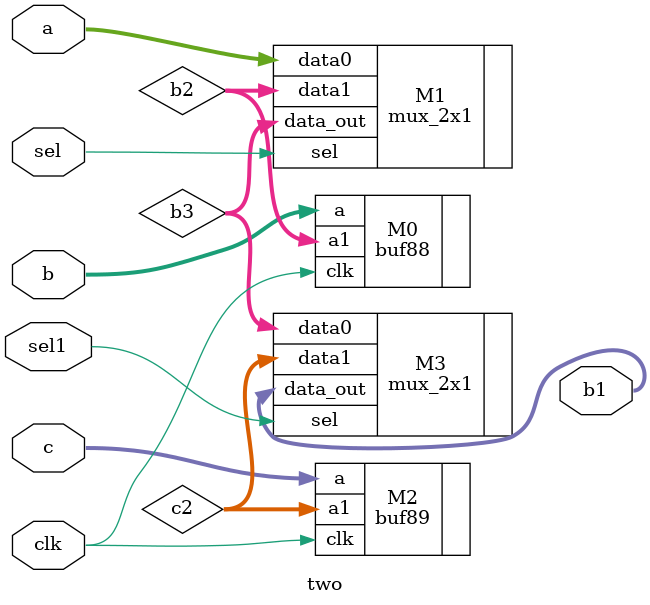
<source format=v>
module two (
	input [31:0] a,b,c,
	input clk,sel,sel1,
	output [31:0] b1
	);
wire [31:0] b2,b3,c2;
buf88 M0 (.a(b),.clk(clk),.a1(b2));
mux_2x1 M1 (.data0(a),.data1(b2),.sel(sel),.data_out(b3));
buf89 M2 (.a(c),.clk(clk),.a1(c2));
mux_2x1 M3 (.data0(b3),.data1(c2),.sel(sel1),.data_out(b1));
endmodule

</source>
